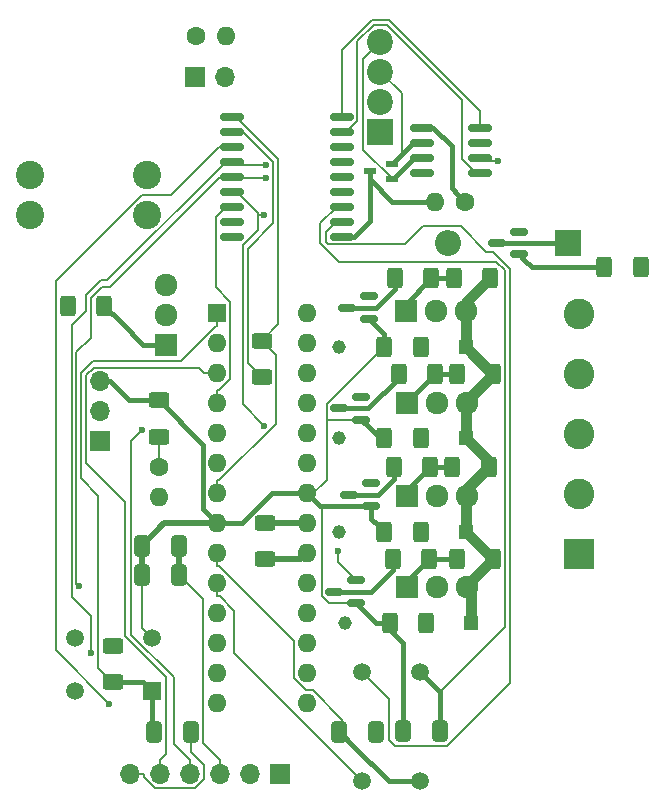
<source format=gbr>
%TF.GenerationSoftware,KiCad,Pcbnew,8.0.1-rc1*%
%TF.CreationDate,2024-06-16T18:47:49-07:00*%
%TF.ProjectId,AMS - CANBus - RGB - Nchannel,414d5320-2d20-4434-914e-427573202d20,rev?*%
%TF.SameCoordinates,Original*%
%TF.FileFunction,Copper,L2,Bot*%
%TF.FilePolarity,Positive*%
%FSLAX46Y46*%
G04 Gerber Fmt 4.6, Leading zero omitted, Abs format (unit mm)*
G04 Created by KiCad (PCBNEW 8.0.1-rc1) date 2024-06-16 18:47:49*
%MOMM*%
%LPD*%
G01*
G04 APERTURE LIST*
G04 Aperture macros list*
%AMRoundRect*
0 Rectangle with rounded corners*
0 $1 Rounding radius*
0 $2 $3 $4 $5 $6 $7 $8 $9 X,Y pos of 4 corners*
0 Add a 4 corners polygon primitive as box body*
4,1,4,$2,$3,$4,$5,$6,$7,$8,$9,$2,$3,0*
0 Add four circle primitives for the rounded corners*
1,1,$1+$1,$2,$3*
1,1,$1+$1,$4,$5*
1,1,$1+$1,$6,$7*
1,1,$1+$1,$8,$9*
0 Add four rect primitives between the rounded corners*
20,1,$1+$1,$2,$3,$4,$5,0*
20,1,$1+$1,$4,$5,$6,$7,0*
20,1,$1+$1,$6,$7,$8,$9,0*
20,1,$1+$1,$8,$9,$2,$3,0*%
G04 Aperture macros list end*
%TA.AperFunction,ComponentPad*%
%ADD10R,1.920000X1.920000*%
%TD*%
%TA.AperFunction,ComponentPad*%
%ADD11C,1.920000*%
%TD*%
%TA.AperFunction,ComponentPad*%
%ADD12C,1.600000*%
%TD*%
%TA.AperFunction,ComponentPad*%
%ADD13O,1.600000X1.600000*%
%TD*%
%TA.AperFunction,ComponentPad*%
%ADD14R,2.200000X2.200000*%
%TD*%
%TA.AperFunction,ComponentPad*%
%ADD15O,2.200000X2.200000*%
%TD*%
%TA.AperFunction,ComponentPad*%
%ADD16C,2.200000*%
%TD*%
%TA.AperFunction,ComponentPad*%
%ADD17R,2.600000X2.600000*%
%TD*%
%TA.AperFunction,ComponentPad*%
%ADD18C,2.600000*%
%TD*%
%TA.AperFunction,ComponentPad*%
%ADD19R,1.700000X1.700000*%
%TD*%
%TA.AperFunction,ComponentPad*%
%ADD20O,1.700000X1.700000*%
%TD*%
%TA.AperFunction,ComponentPad*%
%ADD21C,2.400000*%
%TD*%
%TA.AperFunction,ComponentPad*%
%ADD22R,1.150000X1.150000*%
%TD*%
%TA.AperFunction,ComponentPad*%
%ADD23C,1.150000*%
%TD*%
%TA.AperFunction,ComponentPad*%
%ADD24R,1.600000X1.600000*%
%TD*%
%TA.AperFunction,ComponentPad*%
%ADD25C,1.500000*%
%TD*%
%TA.AperFunction,ComponentPad*%
%ADD26R,1.500000X1.500000*%
%TD*%
%TA.AperFunction,SMDPad,CuDef*%
%ADD27RoundRect,0.250000X0.400000X0.625000X-0.400000X0.625000X-0.400000X-0.625000X0.400000X-0.625000X0*%
%TD*%
%TA.AperFunction,SMDPad,CuDef*%
%ADD28RoundRect,0.250000X-0.412500X-0.650000X0.412500X-0.650000X0.412500X0.650000X-0.412500X0.650000X0*%
%TD*%
%TA.AperFunction,SMDPad,CuDef*%
%ADD29RoundRect,0.150000X0.825000X0.150000X-0.825000X0.150000X-0.825000X-0.150000X0.825000X-0.150000X0*%
%TD*%
%TA.AperFunction,SMDPad,CuDef*%
%ADD30RoundRect,0.150000X0.587500X0.150000X-0.587500X0.150000X-0.587500X-0.150000X0.587500X-0.150000X0*%
%TD*%
%TA.AperFunction,SMDPad,CuDef*%
%ADD31RoundRect,0.250000X-0.625000X0.400000X-0.625000X-0.400000X0.625000X-0.400000X0.625000X0.400000X0*%
%TD*%
%TA.AperFunction,SMDPad,CuDef*%
%ADD32RoundRect,0.250000X0.412500X0.650000X-0.412500X0.650000X-0.412500X-0.650000X0.412500X-0.650000X0*%
%TD*%
%TA.AperFunction,SMDPad,CuDef*%
%ADD33RoundRect,0.150000X0.875000X0.150000X-0.875000X0.150000X-0.875000X-0.150000X0.875000X-0.150000X0*%
%TD*%
%TA.AperFunction,SMDPad,CuDef*%
%ADD34RoundRect,0.250000X0.625000X-0.400000X0.625000X0.400000X-0.625000X0.400000X-0.625000X-0.400000X0*%
%TD*%
%TA.AperFunction,SMDPad,CuDef*%
%ADD35R,1.000000X0.550000*%
%TD*%
%TA.AperFunction,ViaPad*%
%ADD36C,0.600000*%
%TD*%
%TA.AperFunction,Conductor*%
%ADD37C,0.381000*%
%TD*%
%TA.AperFunction,Conductor*%
%ADD38C,0.200000*%
%TD*%
%TA.AperFunction,Conductor*%
%ADD39C,0.508000*%
%TD*%
%TA.AperFunction,Conductor*%
%ADD40C,0.889000*%
%TD*%
G04 APERTURE END LIST*
D10*
%TO.P,Q3,1*%
%TO.N,Net-(Q3-Pad1)*%
X157029900Y-104966800D03*
D11*
%TO.P,Q3,2*%
%TO.N,/Output12v/Out1*%
X159569900Y-104966800D03*
%TO.P,Q3,3*%
%TO.N,+VDC*%
X162109900Y-104966800D03*
%TD*%
D10*
%TO.P,Q5,1*%
%TO.N,Net-(Q5-Pad1)*%
X157029900Y-97215700D03*
D11*
%TO.P,Q5,2*%
%TO.N,/Output12v/Out2*%
X159569900Y-97215700D03*
%TO.P,Q5,3*%
%TO.N,+VDC*%
X162109900Y-97215700D03*
%TD*%
D12*
%TO.P,R7,1*%
%TO.N,Net-(J5-Pin_2)*%
X139116100Y-58260700D03*
D13*
%TO.P,R7,2*%
%TO.N,CANBUS_L*%
X141656100Y-58260700D03*
%TD*%
D14*
%TO.P,D2,1,K*%
%TO.N,Net-(D2-K)*%
X170632200Y-75831200D03*
D15*
%TO.P,D2,2,A*%
%TO.N,/BareMinAtmel328P/PD4-D4*%
X160472200Y-75831200D03*
%TD*%
D14*
%TO.P,J1,1,Pin_1*%
%TO.N,Net-(J1-Pin_1)*%
X154748000Y-66384800D03*
D16*
%TO.P,J1,2,Pin_2*%
%TO.N,GND*%
X154748000Y-63844800D03*
%TO.P,J1,3,Pin_3*%
%TO.N,CANBUS_H*%
X154748000Y-61304800D03*
%TO.P,J1,4,Pin_4*%
%TO.N,CANBUS_L*%
X154748000Y-58764800D03*
%TD*%
D17*
%TO.P,J2,1,Pin_1*%
%TO.N,/Output12v/Out1*%
X171594600Y-102105600D03*
D18*
%TO.P,J2,2,Pin_2*%
%TO.N,/Output12v/Out2*%
X171594600Y-97025600D03*
%TO.P,J2,3,Pin_3*%
%TO.N,/Output12v/Out3*%
X171594600Y-91945600D03*
%TO.P,J2,4,Pin_4*%
%TO.N,/Output12v/Out4*%
X171594600Y-86865600D03*
%TO.P,J2,5,Pin_5*%
%TO.N,Net-(J2-Pin_5)*%
X171594600Y-81785600D03*
%TD*%
D12*
%TO.P,NTC1,1*%
%TO.N,/BareMinAtmel328P/PC0-A0*%
X135965600Y-94809500D03*
D13*
%TO.P,NTC1,2*%
%TO.N,+5V*%
X135965600Y-97349500D03*
%TD*%
D10*
%TO.P,Q7,1*%
%TO.N,Net-(Q7-Pad1)*%
X156961400Y-89326400D03*
D11*
%TO.P,Q7,2*%
%TO.N,/Output12v/Out3*%
X159501400Y-89326400D03*
%TO.P,Q7,3*%
%TO.N,+VDC*%
X162041400Y-89326400D03*
%TD*%
D19*
%TO.P,J3,1,Pin_1*%
%TO.N,GND*%
X146254600Y-120744200D03*
D20*
%TO.P,J3,2,Pin_2*%
%TO.N,unconnected-(J3-Pin_2-Pad2)*%
X143714600Y-120744200D03*
%TO.P,J3,3,Pin_3*%
%TO.N,+5V*%
X141174600Y-120744200D03*
%TO.P,J3,4,Pin_4*%
%TO.N,/BareMinAtmel328P/PD0-RX*%
X138634600Y-120744200D03*
%TO.P,J3,5,Pin_5*%
%TO.N,/BareMinAtmel328P/PD1-TX*%
X136094600Y-120744200D03*
%TO.P,J3,6,Pin_6*%
%TO.N,Net-(J3-Pin_6)*%
X133554600Y-120744200D03*
%TD*%
D21*
%TO.P,U5,1,1*%
%TO.N,Net-(Q1-Pad3)*%
X134999500Y-70018000D03*
%TO.P,U5,2,2*%
X134999500Y-73418000D03*
%TO.P,U5,3,3*%
%TO.N,+VDC*%
X125079500Y-70018000D03*
%TO.P,U5,4,4*%
X125079500Y-73418000D03*
%TD*%
D22*
%TO.P,Z1,1*%
%TO.N,+VDC*%
X162430500Y-107964000D03*
D23*
%TO.P,Z1,2*%
%TO.N,Net-(Q3-Pad1)*%
X151730500Y-107964000D03*
%TD*%
D12*
%TO.P,R6,1*%
%TO.N,Net-(U4-Rs)*%
X161933600Y-72318900D03*
D13*
%TO.P,R6,2*%
%TO.N,GND*%
X159393600Y-72318900D03*
%TD*%
D10*
%TO.P,Q9,1*%
%TO.N,Net-(Q9-Pad1)*%
X156916800Y-81600400D03*
D11*
%TO.P,Q9,2*%
%TO.N,/Output12v/Out4*%
X159456800Y-81600400D03*
%TO.P,Q9,3*%
%TO.N,+VDC*%
X161996800Y-81600400D03*
%TD*%
D19*
%TO.P,Powerboard1,1,Pin_1*%
%TO.N,+VDC*%
X130976300Y-92602600D03*
D20*
%TO.P,Powerboard1,2,Pin_2*%
%TO.N,+5V*%
X130976300Y-90062600D03*
%TO.P,Powerboard1,3,Pin_3*%
%TO.N,GND*%
X130976300Y-87522600D03*
%TD*%
D22*
%TO.P,Z2,1*%
%TO.N,+VDC*%
X161977900Y-100269500D03*
D23*
%TO.P,Z2,2*%
%TO.N,Net-(Q5-Pad1)*%
X151277900Y-100269500D03*
%TD*%
D24*
%TO.P,U2,1,~{RESET}/PC6*%
%TO.N,/BareMinAtmel328P/RESET*%
X140929500Y-81761800D03*
D13*
%TO.P,U2,2,PD0*%
%TO.N,/BareMinAtmel328P/PD0-RX*%
X140929500Y-84301800D03*
%TO.P,U2,3,PD1*%
%TO.N,/BareMinAtmel328P/PD1-TX*%
X140929500Y-86841800D03*
%TO.P,U2,4,PD2*%
%TO.N,/BareMinAtmel328P/PD2-D2*%
X140929500Y-89381800D03*
%TO.P,U2,5,PD3*%
%TO.N,/BareMinAtmel328P/PD3-D3*%
X140929500Y-91921800D03*
%TO.P,U2,6,PD4*%
%TO.N,/BareMinAtmel328P/PD4-D4*%
X140929500Y-94461800D03*
%TO.P,U2,7,VCC*%
%TO.N,+5V*%
X140929500Y-97001800D03*
%TO.P,U2,8,GND*%
%TO.N,GND*%
X140929500Y-99541800D03*
%TO.P,U2,9,XTAL1/PB6*%
%TO.N,Net-(U2-XTAL1{slash}PB6)*%
X140929500Y-102081800D03*
%TO.P,U2,10,XTAL2/PB7*%
%TO.N,Net-(U2-XTAL2{slash}PB7)*%
X140929500Y-104621800D03*
%TO.P,U2,11,PD5*%
%TO.N,/BareMinAtmel328P/PD5-D5*%
X140929500Y-107161800D03*
%TO.P,U2,12,PD6*%
%TO.N,/BareMinAtmel328P/PD6-D6*%
X140929500Y-109701800D03*
%TO.P,U2,13,PD7*%
%TO.N,/BareMinAtmel328P/PD7-D7*%
X140929500Y-112241800D03*
%TO.P,U2,14,PB0*%
%TO.N,/BareMinAtmel328P/PB0-D8*%
X140929500Y-114781800D03*
%TO.P,U2,15,PB1*%
%TO.N,/BareMinAtmel328P/PB1-D9*%
X148549500Y-114781800D03*
%TO.P,U2,16,PB2*%
%TO.N,/BareMinAtmel328P/PB2-D10-SS*%
X148549500Y-112241800D03*
%TO.P,U2,17,PB3*%
%TO.N,/BareMinAtmel328P/PB3-D11-MOSI*%
X148549500Y-109701800D03*
%TO.P,U2,18,PB4*%
%TO.N,/BareMinAtmel328P/PB4-D12-MISO*%
X148549500Y-107161800D03*
%TO.P,U2,19,PB5*%
%TO.N,/BareMinAtmel328P/PB5-D13-SCK*%
X148549500Y-104621800D03*
%TO.P,U2,20,AVCC*%
%TO.N,+5V*%
X148549500Y-102081800D03*
%TO.P,U2,21,AREF*%
%TO.N,/BareMinAtmel328P/AREF*%
X148549500Y-99541800D03*
%TO.P,U2,22,GND*%
%TO.N,GND*%
X148549500Y-97001800D03*
%TO.P,U2,23,PC0*%
%TO.N,/BareMinAtmel328P/PC0-A0*%
X148549500Y-94461800D03*
%TO.P,U2,24,PC1*%
%TO.N,/BareMinAtmel328P/PC1-A1*%
X148549500Y-91921800D03*
%TO.P,U2,25,PC2*%
%TO.N,/BareMinAtmel328P/PC2-A2*%
X148549500Y-89381800D03*
%TO.P,U2,26,PC3*%
%TO.N,/BareMinAtmel328P/PC3-A3*%
X148549500Y-86841800D03*
%TO.P,U2,27,PC4*%
%TO.N,/BareMinAtmel328P/PC4-A4-SDA*%
X148549500Y-84301800D03*
%TO.P,U2,28,PC5*%
%TO.N,/BareMinAtmel328P/PC5-A5-SCL*%
X148549500Y-81761800D03*
%TD*%
D19*
%TO.P,J5,1,Pin_1*%
%TO.N,CANBUS_H*%
X139049600Y-61738500D03*
D20*
%TO.P,J5,2,Pin_2*%
%TO.N,Net-(J5-Pin_2)*%
X141589600Y-61738500D03*
%TD*%
D10*
%TO.P,Q1,1*%
%TO.N,Net-(Q1-Pad1)*%
X136586000Y-84423600D03*
D11*
%TO.P,Q1,2*%
%TO.N,Net-(J1-Pin_1)*%
X136586000Y-81883600D03*
%TO.P,Q1,3*%
%TO.N,Net-(Q1-Pad3)*%
X136586000Y-79343600D03*
%TD*%
D25*
%TO.P,Y2,1,1*%
%TO.N,Net-(U3-OSC1)*%
X153203400Y-112099600D03*
%TO.P,Y2,2,2*%
%TO.N,Net-(U3-OSC2)*%
X158083400Y-112099600D03*
%TD*%
D26*
%TO.P,Reset1,1,NO_1*%
%TO.N,/BareMinAtmel328P/RESET*%
X135385300Y-113752500D03*
D25*
%TO.P,Reset1,2,NO_2*%
%TO.N,unconnected-(Reset1-NO_2-Pad2)*%
X128885300Y-113752500D03*
%TO.P,Reset1,3,COM_1*%
%TO.N,GND*%
X135385300Y-109252500D03*
%TO.P,Reset1,4,COM_2*%
%TO.N,unconnected-(Reset1-COM_2-Pad4)*%
X128885300Y-109252500D03*
%TD*%
%TO.P,Y1,1,1*%
%TO.N,Net-(U2-XTAL2{slash}PB7)*%
X153178500Y-121354000D03*
%TO.P,Y1,2,2*%
%TO.N,Net-(U2-XTAL1{slash}PB6)*%
X158058500Y-121354000D03*
%TD*%
D22*
%TO.P,Z4,1*%
%TO.N,+VDC*%
X161963000Y-84624300D03*
D23*
%TO.P,Z4,2*%
%TO.N,Net-(Q9-Pad1)*%
X151263000Y-84624300D03*
%TD*%
D22*
%TO.P,Z3,1*%
%TO.N,+VDC*%
X161963000Y-92343800D03*
D23*
%TO.P,Z3,2*%
%TO.N,Net-(Q7-Pad1)*%
X151263000Y-92343800D03*
%TD*%
D27*
%TO.P,R20,1*%
%TO.N,Net-(J2-Pin_5)*%
X176769600Y-77837900D03*
%TO.P,R20,2*%
%TO.N,GND*%
X173669600Y-77837900D03*
%TD*%
%TO.P,R16,1*%
%TO.N,Net-(Q7-Pad1)*%
X159386300Y-86870400D03*
%TO.P,R16,2*%
%TO.N,Net-(Q6-D)*%
X156286300Y-86870400D03*
%TD*%
%TO.P,R12,1*%
%TO.N,+VDC*%
X163917200Y-94778800D03*
%TO.P,R12,2*%
%TO.N,Net-(Q5-Pad1)*%
X160817200Y-94778800D03*
%TD*%
%TO.P,R14,1*%
%TO.N,/BareMinAtmel328P/PD6-D6*%
X158163000Y-92343800D03*
%TO.P,R14,2*%
%TO.N,GND*%
X155063000Y-92343800D03*
%TD*%
%TO.P,R19,1*%
%TO.N,Net-(Q9-Pad1)*%
X159068200Y-78796800D03*
%TO.P,R19,2*%
%TO.N,Net-(Q8-D)*%
X155968200Y-78796800D03*
%TD*%
D28*
%TO.P,C2,1*%
%TO.N,Net-(U2-XTAL1{slash}PB6)*%
X151273200Y-117184300D03*
%TO.P,C2,2*%
%TO.N,GND*%
X154398200Y-117184300D03*
%TD*%
D29*
%TO.P,U4,1,TXD*%
%TO.N,/CANBUS-MCP2515/TXtoCANTC*%
X163203300Y-66068900D03*
%TO.P,U4,2,VSS*%
%TO.N,GND*%
X163203300Y-67338900D03*
%TO.P,U4,3,VDD*%
%TO.N,+5V*%
X163203300Y-68608900D03*
%TO.P,U4,4,RXD*%
%TO.N,/CANBUS-MCP2515/RXtoCANTC*%
X163203300Y-69878900D03*
%TO.P,U4,5,Vref*%
%TO.N,unconnected-(U4-Vref-Pad5)*%
X158253300Y-69878900D03*
%TO.P,U4,6,CANL*%
%TO.N,CANBUS_L*%
X158253300Y-68608900D03*
%TO.P,U4,7,CANH*%
%TO.N,CANBUS_H*%
X158253300Y-67338900D03*
%TO.P,U4,8,Rs*%
%TO.N,Net-(U4-Rs)*%
X158253300Y-66068900D03*
%TD*%
D27*
%TO.P,R1,1*%
%TO.N,Net-(Q1-Pad1)*%
X131364300Y-81129300D03*
%TO.P,R1,2*%
%TO.N,GND*%
X128264300Y-81129300D03*
%TD*%
%TO.P,R18,1*%
%TO.N,+VDC*%
X164047000Y-78759100D03*
%TO.P,R18,2*%
%TO.N,Net-(Q9-Pad1)*%
X160947000Y-78759100D03*
%TD*%
D30*
%TO.P,Q6,1,G*%
%TO.N,/BareMinAtmel328P/PD6-D6*%
X153141200Y-88862400D03*
%TO.P,Q6,2,S*%
%TO.N,GND*%
X153141200Y-90762400D03*
%TO.P,Q6,3,D*%
%TO.N,Net-(Q6-D)*%
X151266200Y-89812400D03*
%TD*%
D31*
%TO.P,R4,1*%
%TO.N,+5V*%
X132096400Y-109912300D03*
%TO.P,R4,2*%
%TO.N,/BareMinAtmel328P/RESET*%
X132096400Y-113012300D03*
%TD*%
D30*
%TO.P,Q8,1,G*%
%TO.N,/BareMinAtmel328P/PB2-D10-SS*%
X153776600Y-80343300D03*
%TO.P,Q8,2,S*%
%TO.N,GND*%
X153776600Y-82243300D03*
%TO.P,Q8,3,D*%
%TO.N,Net-(Q8-D)*%
X151901600Y-81293300D03*
%TD*%
D32*
%TO.P,C4,1*%
%TO.N,Net-(U3-OSC2)*%
X159775700Y-117159400D03*
%TO.P,C4,2*%
%TO.N,GND*%
X156650700Y-117159400D03*
%TD*%
D33*
%TO.P,U3,1,TXCAN*%
%TO.N,/CANBUS-MCP2515/TXtoCANTC*%
X151455100Y-65127000D03*
%TO.P,U3,2,RXCAN*%
%TO.N,/CANBUS-MCP2515/RXtoCANTC*%
X151455100Y-66397000D03*
%TO.P,U3,3,CLKOUT/SOF*%
%TO.N,unconnected-(U3-CLKOUT{slash}SOF-Pad3)*%
X151455100Y-67667000D03*
%TO.P,U3,4,~{TX0RTS}*%
%TO.N,unconnected-(U3-~{TX0RTS}-Pad4)*%
X151455100Y-68937000D03*
%TO.P,U3,5,~{TX1RTS}*%
%TO.N,unconnected-(U3-~{TX1RTS}-Pad5)*%
X151455100Y-70207000D03*
%TO.P,U3,6,~{TX2RTS}*%
%TO.N,unconnected-(U3-~{TX2RTS}-Pad6)*%
X151455100Y-71477000D03*
%TO.P,U3,7,OSC2*%
%TO.N,Net-(U3-OSC2)*%
X151455100Y-72747000D03*
%TO.P,U3,8,OSC1*%
%TO.N,Net-(U3-OSC1)*%
X151455100Y-74017000D03*
%TO.P,U3,9,VSS*%
%TO.N,GND*%
X151455100Y-75287000D03*
%TO.P,U3,10,~{RX1BF}*%
%TO.N,unconnected-(U3-~{RX1BF}-Pad10)*%
X142155100Y-75287000D03*
%TO.P,U3,11,~{RX0BF}*%
%TO.N,unconnected-(U3-~{RX0BF}-Pad11)*%
X142155100Y-74017000D03*
%TO.P,U3,12,~{INT}*%
%TO.N,/BareMinAtmel328P/PD2-D2*%
X142155100Y-72747000D03*
%TO.P,U3,13,SCK*%
%TO.N,/BareMinAtmel328P/PB5-D13-SCK*%
X142155100Y-71477000D03*
%TO.P,U3,14,SI*%
%TO.N,/BareMinAtmel328P/PB3-D11-MOSI*%
X142155100Y-70207000D03*
%TO.P,U3,15,SO*%
%TO.N,/BareMinAtmel328P/PB4-D12-MISO*%
X142155100Y-68937000D03*
%TO.P,U3,16,~{CS}*%
%TO.N,/BareMinAtmel328P/PB1-D9*%
X142155100Y-67667000D03*
%TO.P,U3,17,~{RESET}*%
%TO.N,Net-(U3-~{RESET})*%
X142155100Y-66397000D03*
%TO.P,U3,18,VDD*%
%TO.N,+5V*%
X142155100Y-65127000D03*
%TD*%
D34*
%TO.P,R5,1*%
%TO.N,Net-(U3-~{RESET})*%
X144703000Y-87196800D03*
%TO.P,R5,2*%
%TO.N,+5V*%
X144703000Y-84096800D03*
%TD*%
D31*
%TO.P,R3,1*%
%TO.N,GND*%
X135973000Y-89148700D03*
%TO.P,R3,2*%
%TO.N,/BareMinAtmel328P/PC0-A0*%
X135973000Y-92248700D03*
%TD*%
D27*
%TO.P,R15,1*%
%TO.N,+VDC*%
X164314800Y-86895500D03*
%TO.P,R15,2*%
%TO.N,Net-(Q7-Pad1)*%
X161214800Y-86895500D03*
%TD*%
D32*
%TO.P,C1,1*%
%TO.N,Net-(J3-Pin_6)*%
X138717100Y-117199700D03*
%TO.P,C1,2*%
%TO.N,/BareMinAtmel328P/RESET*%
X135592100Y-117199700D03*
%TD*%
D31*
%TO.P,R2,1*%
%TO.N,/BareMinAtmel328P/AREF*%
X144995600Y-99509000D03*
%TO.P,R2,2*%
%TO.N,+5V*%
X144995600Y-102609000D03*
%TD*%
D27*
%TO.P,R9,1*%
%TO.N,+VDC*%
X164299100Y-102591300D03*
%TO.P,R9,2*%
%TO.N,Net-(Q3-Pad1)*%
X161199100Y-102591300D03*
%TD*%
%TO.P,R8,1*%
%TO.N,/BareMinAtmel328P/PD3-D3*%
X158630500Y-107964000D03*
%TO.P,R8,2*%
%TO.N,GND*%
X155530500Y-107964000D03*
%TD*%
%TO.P,R13,1*%
%TO.N,Net-(Q5-Pad1)*%
X158976100Y-94816600D03*
%TO.P,R13,2*%
%TO.N,Net-(Q4-D)*%
X155876100Y-94816600D03*
%TD*%
%TO.P,R10,1*%
%TO.N,Net-(Q3-Pad1)*%
X158890400Y-102591300D03*
%TO.P,R10,2*%
%TO.N,Net-(Q2-D)*%
X155790400Y-102591300D03*
%TD*%
%TO.P,R11,1*%
%TO.N,/BareMinAtmel328P/PD5-D5*%
X158177900Y-100269500D03*
%TO.P,R11,2*%
%TO.N,GND*%
X155077900Y-100269500D03*
%TD*%
D30*
%TO.P,Q10,1,G*%
%TO.N,Net-(J2-Pin_5)*%
X166489700Y-74881200D03*
%TO.P,Q10,2,S*%
%TO.N,GND*%
X166489700Y-76781200D03*
%TO.P,Q10,3,D*%
%TO.N,Net-(D2-K)*%
X164614700Y-75831200D03*
%TD*%
D32*
%TO.P,C7,1*%
%TO.N,+5V*%
X137705500Y-103901700D03*
%TO.P,C7,2*%
%TO.N,GND*%
X134580500Y-103901700D03*
%TD*%
D35*
%TO.P,D1,1,CATHODE_1*%
%TO.N,CANBUS_H*%
X155737000Y-69105000D03*
%TO.P,D1,2,CATHODE_2*%
%TO.N,CANBUS_L*%
X155737000Y-70405000D03*
%TO.P,D1,3,COMMON_ANODE*%
%TO.N,GND*%
X153837000Y-69755000D03*
%TD*%
D32*
%TO.P,C6,1*%
%TO.N,+5V*%
X137701800Y-101431800D03*
%TO.P,C6,2*%
%TO.N,GND*%
X134576800Y-101431800D03*
%TD*%
D30*
%TO.P,Q2,1,G*%
%TO.N,/BareMinAtmel328P/PD3-D3*%
X152695600Y-104373800D03*
%TO.P,Q2,2,S*%
%TO.N,GND*%
X152695600Y-106273800D03*
%TO.P,Q2,3,D*%
%TO.N,Net-(Q2-D)*%
X150820600Y-105323800D03*
%TD*%
%TO.P,Q4,1,G*%
%TO.N,/BareMinAtmel328P/PD5-D5*%
X153976400Y-96165100D03*
%TO.P,Q4,2,S*%
%TO.N,GND*%
X153976400Y-98065100D03*
%TO.P,Q4,3,D*%
%TO.N,Net-(Q4-D)*%
X152101400Y-97115100D03*
%TD*%
D27*
%TO.P,R17,1*%
%TO.N,/BareMinAtmel328P/PB2-D10-SS*%
X158163000Y-84624300D03*
%TO.P,R17,2*%
%TO.N,GND*%
X155063000Y-84624300D03*
%TD*%
D36*
%TO.N,GND*%
X154384000Y-117195000D03*
X173627000Y-77825200D03*
X163203000Y-67338900D03*
X156657000Y-117145000D03*
X128222000Y-81122900D03*
%TO.N,+5V*%
X132103000Y-109881000D03*
X164680600Y-68862200D03*
X137702000Y-101432000D03*
%TO.N,/BareMinAtmel328P/PB5-D13-SCK*%
X144892300Y-91269400D03*
X144926700Y-73405300D03*
%TO.N,/BareMinAtmel328P/PB3-D11-MOSI*%
X145039000Y-70346500D03*
X129219300Y-104880400D03*
%TO.N,/BareMinAtmel328P/PB4-D12-MISO*%
X145019600Y-69215300D03*
X130270200Y-110517300D03*
%TO.N,/BareMinAtmel328P/PD0-RX*%
X134533900Y-91661400D03*
%TO.N,/BareMinAtmel328P/PD6-D6*%
X158163000Y-92343800D03*
X153138000Y-88887400D03*
%TO.N,/BareMinAtmel328P/PB2-D10-SS*%
X153764000Y-80335200D03*
X158163000Y-84624300D03*
%TO.N,/BareMinAtmel328P/PD3-D3*%
X158631000Y-107964000D03*
X151159500Y-101906400D03*
X152696000Y-104374000D03*
%TO.N,/BareMinAtmel328P/PD5-D5*%
X153981000Y-96169100D03*
X158178000Y-100270000D03*
%TO.N,/BareMinAtmel328P/PB1-D9*%
X131783200Y-114804200D03*
%TO.N,Net-(J2-Pin_5)*%
X176758000Y-77879700D03*
X166490000Y-74881200D03*
%TD*%
D37*
%TO.N,GND*%
X154386000Y-107964000D02*
X152696000Y-106274000D01*
X155063000Y-84624300D02*
X155063000Y-83529700D01*
D38*
X149765000Y-98249500D02*
X149949400Y-98065100D01*
X134580000Y-108447200D02*
X135385300Y-109252500D01*
X149765000Y-105677300D02*
X149765000Y-98249500D01*
D37*
X149613000Y-98065100D02*
X149949400Y-98065100D01*
D38*
X154420000Y-82886500D02*
X154419800Y-82886500D01*
X150203200Y-90762400D02*
X150203200Y-89484100D01*
D37*
X153837000Y-70411000D02*
X155745000Y-72318900D01*
X153837000Y-70411000D02*
X153837000Y-73930100D01*
D38*
X148804300Y-97256200D02*
X150203200Y-95857300D01*
D37*
X133458000Y-89148700D02*
X135973000Y-89148700D01*
X153976000Y-99168000D02*
X154527000Y-99719000D01*
X156657000Y-109699000D02*
X156657000Y-117145000D01*
X154527000Y-99719000D02*
X155078000Y-100270000D01*
D38*
X154419800Y-82886500D02*
X153776600Y-82243300D01*
X153141000Y-90762400D02*
X150203200Y-90762400D01*
X134580000Y-103902000D02*
X134580000Y-108447200D01*
X153668300Y-91289500D02*
X153141200Y-90762400D01*
D37*
X154723000Y-92343800D02*
X153668300Y-91289500D01*
D38*
X150361500Y-106273800D02*
X149765000Y-105677300D01*
D37*
X155745000Y-72318900D02*
X159393600Y-72318900D01*
D38*
X150203200Y-95857300D02*
X150203200Y-90762400D01*
D37*
X155530500Y-107964000D02*
X154386000Y-107964000D01*
X140930000Y-99541800D02*
X143025000Y-99541800D01*
X130976300Y-87522600D02*
X131832000Y-87522600D01*
X155063000Y-83529700D02*
X154420000Y-82886500D01*
X153976000Y-98065100D02*
X153976000Y-99168000D01*
X143025000Y-99541800D02*
X145565000Y-97001800D01*
D38*
X152695600Y-106273800D02*
X150361500Y-106273800D01*
D37*
X145565000Y-97001800D02*
X148549500Y-97001800D01*
X166942600Y-77234100D02*
X167546000Y-77837900D01*
D39*
X134580000Y-103901700D02*
X134580000Y-101436000D01*
D37*
X167546000Y-77837900D02*
X173614300Y-77837900D01*
X153837000Y-69755000D02*
X153837000Y-70411000D01*
X153668300Y-91289500D02*
X153141000Y-90762400D01*
D39*
X136467000Y-99541800D02*
X140929500Y-99541800D01*
D37*
X155531000Y-108572000D02*
X156657000Y-109699000D01*
X139739000Y-92914700D02*
X139739000Y-98351300D01*
X153837000Y-73930100D02*
X152480000Y-75287000D01*
D39*
X134577000Y-101432000D02*
X136467000Y-99541800D01*
D38*
X166942600Y-77234100D02*
X166489700Y-76781200D01*
D37*
X166490000Y-76781200D02*
X166942600Y-77234100D01*
X152480000Y-75287000D02*
X151455100Y-75287000D01*
X148804300Y-97256200D02*
X149613000Y-98065100D01*
D38*
X150203200Y-89484100D02*
X155063000Y-84624300D01*
D37*
X139739000Y-98351300D02*
X140930000Y-99541800D01*
X154420000Y-82886500D02*
X153777000Y-82243300D01*
X131832000Y-87522600D02*
X133458000Y-89148700D01*
X135973000Y-89148700D02*
X139739000Y-92914700D01*
X149949400Y-98065100D02*
X153976000Y-98065100D01*
D38*
%TO.N,/BareMinAtmel328P/RESET*%
X130872700Y-97198700D02*
X130872700Y-111788500D01*
D37*
X134645000Y-113012000D02*
X135385000Y-113752000D01*
D38*
X130872700Y-111788500D02*
X132096200Y-113012000D01*
X135385000Y-115372500D02*
X135385300Y-115372200D01*
X140809700Y-82863500D02*
X137845800Y-85827400D01*
X129421600Y-86849100D02*
X129421600Y-95747600D01*
X129421600Y-95747600D02*
X130872700Y-97198700D01*
D37*
X132096400Y-113012000D02*
X134645000Y-113012000D01*
D38*
X140929500Y-82863500D02*
X140809700Y-82863500D01*
X137845800Y-85827400D02*
X130443300Y-85827400D01*
D37*
X135385000Y-113752000D02*
X135385000Y-115372500D01*
D38*
X130443300Y-85827400D02*
X129421600Y-86849100D01*
X140929500Y-81761800D02*
X140929500Y-82863500D01*
D37*
X135385000Y-115372500D02*
X135385000Y-116993000D01*
D38*
X135385300Y-115372200D02*
X135385300Y-113752500D01*
D39*
%TO.N,+5V*%
X137706000Y-101436000D02*
X137706000Y-103901700D01*
X148022000Y-102609000D02*
X148549800Y-102082200D01*
D38*
X141112500Y-95900100D02*
X145886000Y-91126600D01*
X140929500Y-95900100D02*
X141112500Y-95900100D01*
X146101200Y-82698600D02*
X146101200Y-68669400D01*
X145886000Y-85279800D02*
X144703000Y-84096800D01*
X146101200Y-68669400D02*
X142558800Y-65127000D01*
X164680600Y-68862200D02*
X163456600Y-68862200D01*
D39*
X144996000Y-102609000D02*
X148022000Y-102609000D01*
D38*
X139751500Y-118169400D02*
X139751500Y-105947500D01*
X141174600Y-119592500D02*
X139751500Y-118169400D01*
X163456600Y-68862200D02*
X163203300Y-68608900D01*
X140929500Y-97001800D02*
X140929500Y-95900100D01*
X139751500Y-105947500D02*
X137706000Y-103902000D01*
X145886000Y-91126600D02*
X145886000Y-85279800D01*
X141174600Y-120744200D02*
X141174600Y-119592500D01*
X144703000Y-84096800D02*
X146101200Y-82698600D01*
%TO.N,CANBUS_L*%
X153314000Y-67945500D02*
X155773500Y-70405000D01*
D37*
X157606000Y-68608900D02*
X155810000Y-70405000D01*
D38*
X153314000Y-60198800D02*
X153314000Y-67945500D01*
X154748000Y-58764800D02*
X153314000Y-60198800D01*
%TO.N,CANBUS_H*%
X156562900Y-68279100D02*
X156562900Y-63119700D01*
X156562900Y-63119700D02*
X154748000Y-61304800D01*
D37*
X156562900Y-68279100D02*
X157503000Y-67338900D01*
X155737000Y-69105000D02*
X156562900Y-68279100D01*
D38*
%TO.N,/BareMinAtmel328P/PB5-D13-SCK*%
X144379000Y-73284800D02*
X144379000Y-73405300D01*
X144379000Y-73405300D02*
X144379000Y-74727800D01*
X143102200Y-76004600D02*
X143102200Y-89479300D01*
X142571200Y-71477000D02*
X144379000Y-73284800D01*
X143102200Y-89479300D02*
X144892300Y-91269400D01*
X144379000Y-74727800D02*
X143102200Y-76004600D01*
X144379000Y-73405300D02*
X144926700Y-73405300D01*
%TO.N,/BareMinAtmel328P/PB3-D11-MOSI*%
X131850300Y-79525100D02*
X131161300Y-79525100D01*
X130219000Y-83842500D02*
X129016900Y-85044600D01*
X142294600Y-70346500D02*
X145039000Y-70346500D01*
X129016900Y-104678000D02*
X129219300Y-104880400D01*
X131161300Y-79525100D02*
X130219000Y-80467400D01*
X141168400Y-70207000D02*
X131850300Y-79525100D01*
X129016900Y-85044600D02*
X129016900Y-104678000D01*
X130219000Y-80467400D02*
X130219000Y-83842500D01*
X142155100Y-70207000D02*
X141168400Y-70207000D01*
%TO.N,/BareMinAtmel328P/PB4-D12-MISO*%
X128615200Y-82735000D02*
X129815800Y-81534400D01*
X129815800Y-80231900D02*
X131065800Y-78981900D01*
X142155100Y-68937000D02*
X142433400Y-69215300D01*
X142433400Y-69215300D02*
X145019600Y-69215300D01*
X130270200Y-110517300D02*
X130270200Y-107410700D01*
X130270200Y-107410700D02*
X128615200Y-105755700D01*
X128615200Y-105755700D02*
X128615200Y-82735000D01*
X131633800Y-78981900D02*
X141678700Y-68937000D01*
X131065800Y-78981900D02*
X131633800Y-78981900D01*
X129815800Y-81534400D02*
X129815800Y-80231900D01*
%TO.N,/BareMinAtmel328P/PD0-RX*%
X137244800Y-112599300D02*
X133610900Y-108965400D01*
X138634600Y-120744200D02*
X138634600Y-119592500D01*
X133610900Y-108965400D02*
X133610900Y-92584400D01*
X138634600Y-119592500D02*
X137244800Y-118202700D01*
X133610900Y-92584400D02*
X134533900Y-91661400D01*
X137244800Y-118202700D02*
X137244800Y-112599300D01*
%TO.N,/BareMinAtmel328P/PD1-TX*%
X133118000Y-109084200D02*
X136571700Y-112537900D01*
X129824600Y-87030900D02*
X129824600Y-94411100D01*
X130487700Y-86367800D02*
X129824600Y-87030900D01*
X129824600Y-94411100D02*
X133118000Y-97704500D01*
X136571700Y-112537900D02*
X136571700Y-119115400D01*
X139827800Y-86841800D02*
X139353800Y-86367800D01*
X133118000Y-97704500D02*
X133118000Y-109084200D01*
X140929500Y-86841800D02*
X139827800Y-86841800D01*
X136094600Y-120744200D02*
X136094600Y-119592500D01*
X136571700Y-119115400D02*
X136094600Y-119592500D01*
X139353800Y-86367800D02*
X130487700Y-86367800D01*
D40*
%TO.N,+VDC*%
X163917000Y-94298000D02*
X161963000Y-92343800D01*
X161963000Y-84624300D02*
X161963000Y-81634200D01*
X161997000Y-81600400D02*
X161997000Y-80809300D01*
X161963000Y-92343800D02*
X161963000Y-89404900D01*
X162110000Y-97215700D02*
X162110000Y-96586100D01*
X162431000Y-107964000D02*
X162431000Y-105287000D01*
X162110000Y-96586100D02*
X163917000Y-94778800D01*
X161978000Y-100269500D02*
X161978000Y-97347700D01*
X161997000Y-80809300D02*
X164047000Y-78759100D01*
X162110000Y-104780000D02*
X164299000Y-102591000D01*
X162041000Y-89168900D02*
X164315000Y-86895500D01*
X164299000Y-102591000D02*
X161978000Y-100270000D01*
X163917000Y-94778800D02*
X163917000Y-94298000D01*
X164234000Y-86895500D02*
X161963000Y-84624300D01*
D38*
%TO.N,/BareMinAtmel328P/PD3-D3*%
X151159500Y-102837700D02*
X151159500Y-101906400D01*
X152695600Y-104373800D02*
X151159500Y-102837700D01*
%TO.N,/BareMinAtmel328P/PC0-A0*%
X135965600Y-92256100D02*
X135965600Y-94809500D01*
D37*
%TO.N,Net-(Q1-Pad1)*%
X132776100Y-82541100D02*
X131364000Y-81129300D01*
X134659000Y-84423600D02*
X132776100Y-82541100D01*
X136586000Y-84423600D02*
X134659000Y-84423600D01*
D38*
X132776100Y-82541100D02*
X131364300Y-81129300D01*
D39*
%TO.N,/BareMinAtmel328P/AREF*%
X144996000Y-99509000D02*
X148517000Y-99509000D01*
D38*
%TO.N,/BareMinAtmel328P/PB1-D9*%
X137038200Y-71718000D02*
X134575600Y-71718000D01*
X134575600Y-71718000D02*
X127295800Y-78997800D01*
X127295800Y-78997800D02*
X127295800Y-110316800D01*
X141089200Y-67667000D02*
X137038200Y-71718000D01*
X127295800Y-110316800D02*
X131783200Y-114804200D01*
X142155100Y-67667000D02*
X141089200Y-67667000D01*
%TO.N,/BareMinAtmel328P/PD2-D2*%
X140805000Y-79567100D02*
X140805000Y-73654200D01*
X142036500Y-80798600D02*
X140805000Y-79567100D01*
X141067200Y-88280100D02*
X142036500Y-87310800D01*
X142036500Y-87310800D02*
X142036500Y-80798600D01*
X140929500Y-89381800D02*
X140929500Y-88280100D01*
X140805000Y-73654200D02*
X141712200Y-72747000D01*
X140929500Y-88280100D02*
X141067200Y-88280100D01*
%TO.N,/CANBUS-MCP2515/RXtoCANTC*%
X161667000Y-68687600D02*
X162858300Y-69878900D01*
X161667000Y-63679500D02*
X161667000Y-68687600D01*
X154168600Y-57347700D02*
X155335200Y-57347700D01*
X152782400Y-58733900D02*
X154168600Y-57347700D01*
X151869400Y-66397000D02*
X152782400Y-65484000D01*
X155335200Y-57347700D02*
X161667000Y-63679500D01*
X152782400Y-65484000D02*
X152782400Y-58733900D01*
%TO.N,/CANBUS-MCP2515/TXtoCANTC*%
X155508800Y-56929200D02*
X154002700Y-56929200D01*
X163203300Y-66068900D02*
X163203300Y-64623700D01*
X151455100Y-59476800D02*
X151455100Y-65127000D01*
X154002700Y-56929200D02*
X151455100Y-59476800D01*
X163203300Y-64623700D02*
X155508800Y-56929200D01*
%TO.N,Net-(J3-Pin_6)*%
X133554600Y-120744200D02*
X134706300Y-120744200D01*
X134706300Y-120744200D02*
X134706300Y-121012700D01*
X135627600Y-121934000D02*
X139084900Y-121934000D01*
X139084900Y-121934000D02*
X139805600Y-121213300D01*
X138717100Y-118924600D02*
X138717100Y-117199700D01*
X139805600Y-120013100D02*
X138717100Y-118924600D01*
X134706300Y-121012700D02*
X135627600Y-121934000D01*
X139805600Y-121213300D02*
X139805600Y-120013100D01*
%TO.N,Net-(U2-XTAL1{slash}PB6)*%
X149005900Y-113680100D02*
X148406700Y-113680100D01*
D37*
X155443000Y-121354000D02*
X158058500Y-121354000D01*
X152453800Y-118364800D02*
X155443000Y-121354000D01*
D38*
X141057800Y-103183500D02*
X140929500Y-103183500D01*
X148406700Y-113680100D02*
X147406600Y-112680000D01*
X151498500Y-116172700D02*
X149005900Y-113680100D01*
X140929500Y-102081800D02*
X140929500Y-103183500D01*
X152453700Y-118364800D02*
X151273200Y-117184300D01*
X147406600Y-112680000D02*
X147406600Y-109532300D01*
X147406600Y-109532300D02*
X141057800Y-103183500D01*
X151498500Y-117409500D02*
X151498500Y-116172700D01*
D37*
X151498500Y-117409500D02*
X152453800Y-118364800D01*
D38*
X152453800Y-118364800D02*
X152453700Y-118364800D01*
%TO.N,Net-(U2-XTAL2{slash}PB7)*%
X142369300Y-110544800D02*
X142369300Y-106935000D01*
X140929500Y-104621800D02*
X140929500Y-105723500D01*
X141157800Y-105723500D02*
X140929500Y-105723500D01*
X153178500Y-121354000D02*
X142369300Y-110544800D01*
X142369300Y-106935000D02*
X141157800Y-105723500D01*
%TO.N,Net-(U3-OSC2)*%
X151060200Y-72747000D02*
X149663600Y-74143600D01*
X159775700Y-115475800D02*
X159775700Y-117159400D01*
X149663600Y-74143600D02*
X149663600Y-75806500D01*
X149663600Y-75806500D02*
X151239100Y-77382000D01*
X164524200Y-77382000D02*
X165277800Y-78135600D01*
D37*
X159776000Y-115475500D02*
X159776000Y-113792000D01*
X159776000Y-113792000D02*
X158929500Y-112946000D01*
D38*
X165277800Y-78135600D02*
X165277800Y-108290200D01*
D37*
X158929500Y-112946000D02*
X158083000Y-112100000D01*
D38*
X158929500Y-112946000D02*
X158083400Y-112099900D01*
X151239100Y-77382000D02*
X164524200Y-77382000D01*
D37*
X159776000Y-117159000D02*
X159776000Y-115475500D01*
D38*
X165277800Y-108290200D02*
X159776000Y-113792000D01*
X159776000Y-115475500D02*
X159775700Y-115475800D01*
%TO.N,Net-(U3-OSC1)*%
X150982100Y-74017000D02*
X150127200Y-74871900D01*
X165743700Y-113041100D02*
X160417600Y-118367200D01*
X160417600Y-118367200D02*
X155962900Y-118367200D01*
X158324300Y-74405200D02*
X161547100Y-74405200D01*
X164284200Y-76565300D02*
X165743700Y-78024800D01*
X156823800Y-75905700D02*
X158324300Y-74405200D01*
X163707200Y-76565300D02*
X164284200Y-76565300D01*
X161547100Y-74405200D02*
X163707200Y-76565300D01*
X155514300Y-117918600D02*
X155514300Y-114410500D01*
X165743700Y-78024800D02*
X165743700Y-113041100D01*
X150342400Y-75905700D02*
X156823800Y-75905700D01*
X150127200Y-74871900D02*
X150127200Y-75690500D01*
X155962900Y-118367200D02*
X155514300Y-117918600D01*
X155514300Y-114410500D02*
X153203400Y-112099600D01*
X150127200Y-75690500D02*
X150342400Y-75905700D01*
%TO.N,Net-(U3-~{RESET})*%
X145680100Y-74147300D02*
X145680100Y-68972700D01*
X145680100Y-68972700D02*
X143104400Y-66397000D01*
X143104400Y-66397000D02*
X142155100Y-66397000D01*
X143514600Y-86008400D02*
X143514600Y-76312800D01*
X143514600Y-76312800D02*
X145680100Y-74147300D01*
X144703000Y-87196800D02*
X143514600Y-86008400D01*
%TO.N,Net-(U4-Rs)*%
X161351500Y-71736700D02*
X161933600Y-72318800D01*
D37*
X159228000Y-66068900D02*
X160769000Y-67609800D01*
X160769000Y-71154500D02*
X161351500Y-71736700D01*
X158253300Y-66068900D02*
X159228000Y-66068900D01*
X160769000Y-67609800D02*
X160769000Y-71154500D01*
X161351500Y-71736700D02*
X161934000Y-72318900D01*
%TO.N,Net-(Q2-D)*%
X155790000Y-103028500D02*
X155790000Y-103466000D01*
X153933000Y-105324000D02*
X150821000Y-105324000D01*
X155790000Y-103466000D02*
X153933000Y-105324000D01*
%TO.N,Net-(Q3-Pad1)*%
X158890700Y-102591000D02*
X161198800Y-102591000D01*
X157030000Y-104452000D02*
X158890000Y-102591000D01*
%TO.N,Net-(Q4-D)*%
X154532000Y-97115100D02*
X152101400Y-97115100D01*
X155876000Y-95771500D02*
X154532000Y-97115100D01*
X155876000Y-95294000D02*
X155876000Y-95771500D01*
%TO.N,Net-(Q5-Pad1)*%
X157030000Y-96762700D02*
X158976000Y-94816600D01*
X158976100Y-94816600D02*
X160779000Y-94816600D01*
%TO.N,Net-(Q6-D)*%
X153697000Y-89812400D02*
X151266200Y-89812400D01*
X156286000Y-87223300D02*
X153697000Y-89812400D01*
%TO.N,Net-(Q7-Pad1)*%
X159386300Y-86870400D02*
X161190000Y-86870400D01*
X156961000Y-89295300D02*
X159386000Y-86870400D01*
%TO.N,Net-(Q8-D)*%
X154347000Y-81293300D02*
X151902000Y-81293300D01*
X155968000Y-79234300D02*
X155968000Y-79671800D01*
X155968000Y-79671800D02*
X154347000Y-81293300D01*
%TO.N,Net-(Q9-Pad1)*%
X156917000Y-80948200D02*
X159068000Y-78796800D01*
X159068200Y-78796800D02*
X160909000Y-78796800D01*
%TO.N,Net-(D2-K)*%
X164615000Y-75831200D02*
X170632000Y-75831200D01*
%TD*%
M02*

</source>
